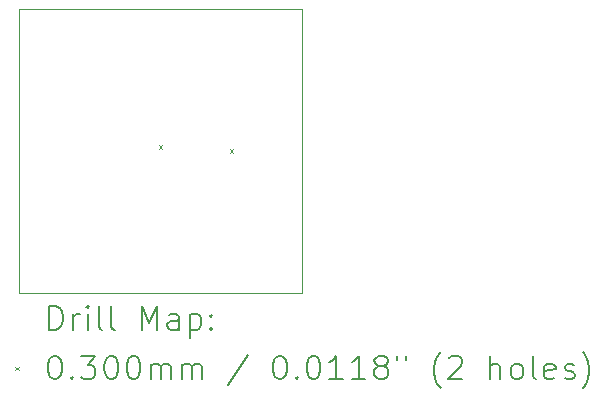
<source format=gbr>
%TF.GenerationSoftware,KiCad,Pcbnew,8.0.2-1*%
%TF.CreationDate,2024-09-09T14:50:27+01:00*%
%TF.ProjectId,test_module_1,74657374-5f6d-46f6-9475-6c655f312e6b,rev?*%
%TF.SameCoordinates,Original*%
%TF.FileFunction,Drillmap*%
%TF.FilePolarity,Positive*%
%FSLAX45Y45*%
G04 Gerber Fmt 4.5, Leading zero omitted, Abs format (unit mm)*
G04 Created by KiCad (PCBNEW 8.0.2-1) date 2024-09-09 14:50:27*
%MOMM*%
%LPD*%
G01*
G04 APERTURE LIST*
%ADD10C,0.050000*%
%ADD11C,0.200000*%
%ADD12C,0.100000*%
G04 APERTURE END LIST*
D10*
X12800000Y-8800000D02*
X15200000Y-8800000D01*
X15200000Y-11200000D01*
X12800000Y-11200000D01*
X12800000Y-8800000D01*
D11*
D12*
X13985000Y-9952000D02*
X14015000Y-9982000D01*
X14015000Y-9952000D02*
X13985000Y-9982000D01*
X14585000Y-9985000D02*
X14615000Y-10015000D01*
X14615000Y-9985000D02*
X14585000Y-10015000D01*
D11*
X13058277Y-11513984D02*
X13058277Y-11313984D01*
X13058277Y-11313984D02*
X13105896Y-11313984D01*
X13105896Y-11313984D02*
X13134467Y-11323508D01*
X13134467Y-11323508D02*
X13153515Y-11342555D01*
X13153515Y-11342555D02*
X13163039Y-11361603D01*
X13163039Y-11361603D02*
X13172562Y-11399698D01*
X13172562Y-11399698D02*
X13172562Y-11428269D01*
X13172562Y-11428269D02*
X13163039Y-11466365D01*
X13163039Y-11466365D02*
X13153515Y-11485412D01*
X13153515Y-11485412D02*
X13134467Y-11504460D01*
X13134467Y-11504460D02*
X13105896Y-11513984D01*
X13105896Y-11513984D02*
X13058277Y-11513984D01*
X13258277Y-11513984D02*
X13258277Y-11380650D01*
X13258277Y-11418746D02*
X13267801Y-11399698D01*
X13267801Y-11399698D02*
X13277324Y-11390174D01*
X13277324Y-11390174D02*
X13296372Y-11380650D01*
X13296372Y-11380650D02*
X13315420Y-11380650D01*
X13382086Y-11513984D02*
X13382086Y-11380650D01*
X13382086Y-11313984D02*
X13372562Y-11323508D01*
X13372562Y-11323508D02*
X13382086Y-11333031D01*
X13382086Y-11333031D02*
X13391610Y-11323508D01*
X13391610Y-11323508D02*
X13382086Y-11313984D01*
X13382086Y-11313984D02*
X13382086Y-11333031D01*
X13505896Y-11513984D02*
X13486848Y-11504460D01*
X13486848Y-11504460D02*
X13477324Y-11485412D01*
X13477324Y-11485412D02*
X13477324Y-11313984D01*
X13610658Y-11513984D02*
X13591610Y-11504460D01*
X13591610Y-11504460D02*
X13582086Y-11485412D01*
X13582086Y-11485412D02*
X13582086Y-11313984D01*
X13839229Y-11513984D02*
X13839229Y-11313984D01*
X13839229Y-11313984D02*
X13905896Y-11456841D01*
X13905896Y-11456841D02*
X13972562Y-11313984D01*
X13972562Y-11313984D02*
X13972562Y-11513984D01*
X14153515Y-11513984D02*
X14153515Y-11409222D01*
X14153515Y-11409222D02*
X14143991Y-11390174D01*
X14143991Y-11390174D02*
X14124943Y-11380650D01*
X14124943Y-11380650D02*
X14086848Y-11380650D01*
X14086848Y-11380650D02*
X14067801Y-11390174D01*
X14153515Y-11504460D02*
X14134467Y-11513984D01*
X14134467Y-11513984D02*
X14086848Y-11513984D01*
X14086848Y-11513984D02*
X14067801Y-11504460D01*
X14067801Y-11504460D02*
X14058277Y-11485412D01*
X14058277Y-11485412D02*
X14058277Y-11466365D01*
X14058277Y-11466365D02*
X14067801Y-11447317D01*
X14067801Y-11447317D02*
X14086848Y-11437793D01*
X14086848Y-11437793D02*
X14134467Y-11437793D01*
X14134467Y-11437793D02*
X14153515Y-11428269D01*
X14248753Y-11380650D02*
X14248753Y-11580650D01*
X14248753Y-11390174D02*
X14267801Y-11380650D01*
X14267801Y-11380650D02*
X14305896Y-11380650D01*
X14305896Y-11380650D02*
X14324943Y-11390174D01*
X14324943Y-11390174D02*
X14334467Y-11399698D01*
X14334467Y-11399698D02*
X14343991Y-11418746D01*
X14343991Y-11418746D02*
X14343991Y-11475888D01*
X14343991Y-11475888D02*
X14334467Y-11494936D01*
X14334467Y-11494936D02*
X14324943Y-11504460D01*
X14324943Y-11504460D02*
X14305896Y-11513984D01*
X14305896Y-11513984D02*
X14267801Y-11513984D01*
X14267801Y-11513984D02*
X14248753Y-11504460D01*
X14429705Y-11494936D02*
X14439229Y-11504460D01*
X14439229Y-11504460D02*
X14429705Y-11513984D01*
X14429705Y-11513984D02*
X14420182Y-11504460D01*
X14420182Y-11504460D02*
X14429705Y-11494936D01*
X14429705Y-11494936D02*
X14429705Y-11513984D01*
X14429705Y-11390174D02*
X14439229Y-11399698D01*
X14439229Y-11399698D02*
X14429705Y-11409222D01*
X14429705Y-11409222D02*
X14420182Y-11399698D01*
X14420182Y-11399698D02*
X14429705Y-11390174D01*
X14429705Y-11390174D02*
X14429705Y-11409222D01*
D12*
X12767500Y-11827500D02*
X12797500Y-11857500D01*
X12797500Y-11827500D02*
X12767500Y-11857500D01*
D11*
X13096372Y-11733984D02*
X13115420Y-11733984D01*
X13115420Y-11733984D02*
X13134467Y-11743508D01*
X13134467Y-11743508D02*
X13143991Y-11753031D01*
X13143991Y-11753031D02*
X13153515Y-11772079D01*
X13153515Y-11772079D02*
X13163039Y-11810174D01*
X13163039Y-11810174D02*
X13163039Y-11857793D01*
X13163039Y-11857793D02*
X13153515Y-11895888D01*
X13153515Y-11895888D02*
X13143991Y-11914936D01*
X13143991Y-11914936D02*
X13134467Y-11924460D01*
X13134467Y-11924460D02*
X13115420Y-11933984D01*
X13115420Y-11933984D02*
X13096372Y-11933984D01*
X13096372Y-11933984D02*
X13077324Y-11924460D01*
X13077324Y-11924460D02*
X13067801Y-11914936D01*
X13067801Y-11914936D02*
X13058277Y-11895888D01*
X13058277Y-11895888D02*
X13048753Y-11857793D01*
X13048753Y-11857793D02*
X13048753Y-11810174D01*
X13048753Y-11810174D02*
X13058277Y-11772079D01*
X13058277Y-11772079D02*
X13067801Y-11753031D01*
X13067801Y-11753031D02*
X13077324Y-11743508D01*
X13077324Y-11743508D02*
X13096372Y-11733984D01*
X13248753Y-11914936D02*
X13258277Y-11924460D01*
X13258277Y-11924460D02*
X13248753Y-11933984D01*
X13248753Y-11933984D02*
X13239229Y-11924460D01*
X13239229Y-11924460D02*
X13248753Y-11914936D01*
X13248753Y-11914936D02*
X13248753Y-11933984D01*
X13324943Y-11733984D02*
X13448753Y-11733984D01*
X13448753Y-11733984D02*
X13382086Y-11810174D01*
X13382086Y-11810174D02*
X13410658Y-11810174D01*
X13410658Y-11810174D02*
X13429705Y-11819698D01*
X13429705Y-11819698D02*
X13439229Y-11829222D01*
X13439229Y-11829222D02*
X13448753Y-11848269D01*
X13448753Y-11848269D02*
X13448753Y-11895888D01*
X13448753Y-11895888D02*
X13439229Y-11914936D01*
X13439229Y-11914936D02*
X13429705Y-11924460D01*
X13429705Y-11924460D02*
X13410658Y-11933984D01*
X13410658Y-11933984D02*
X13353515Y-11933984D01*
X13353515Y-11933984D02*
X13334467Y-11924460D01*
X13334467Y-11924460D02*
X13324943Y-11914936D01*
X13572562Y-11733984D02*
X13591610Y-11733984D01*
X13591610Y-11733984D02*
X13610658Y-11743508D01*
X13610658Y-11743508D02*
X13620182Y-11753031D01*
X13620182Y-11753031D02*
X13629705Y-11772079D01*
X13629705Y-11772079D02*
X13639229Y-11810174D01*
X13639229Y-11810174D02*
X13639229Y-11857793D01*
X13639229Y-11857793D02*
X13629705Y-11895888D01*
X13629705Y-11895888D02*
X13620182Y-11914936D01*
X13620182Y-11914936D02*
X13610658Y-11924460D01*
X13610658Y-11924460D02*
X13591610Y-11933984D01*
X13591610Y-11933984D02*
X13572562Y-11933984D01*
X13572562Y-11933984D02*
X13553515Y-11924460D01*
X13553515Y-11924460D02*
X13543991Y-11914936D01*
X13543991Y-11914936D02*
X13534467Y-11895888D01*
X13534467Y-11895888D02*
X13524943Y-11857793D01*
X13524943Y-11857793D02*
X13524943Y-11810174D01*
X13524943Y-11810174D02*
X13534467Y-11772079D01*
X13534467Y-11772079D02*
X13543991Y-11753031D01*
X13543991Y-11753031D02*
X13553515Y-11743508D01*
X13553515Y-11743508D02*
X13572562Y-11733984D01*
X13763039Y-11733984D02*
X13782086Y-11733984D01*
X13782086Y-11733984D02*
X13801134Y-11743508D01*
X13801134Y-11743508D02*
X13810658Y-11753031D01*
X13810658Y-11753031D02*
X13820182Y-11772079D01*
X13820182Y-11772079D02*
X13829705Y-11810174D01*
X13829705Y-11810174D02*
X13829705Y-11857793D01*
X13829705Y-11857793D02*
X13820182Y-11895888D01*
X13820182Y-11895888D02*
X13810658Y-11914936D01*
X13810658Y-11914936D02*
X13801134Y-11924460D01*
X13801134Y-11924460D02*
X13782086Y-11933984D01*
X13782086Y-11933984D02*
X13763039Y-11933984D01*
X13763039Y-11933984D02*
X13743991Y-11924460D01*
X13743991Y-11924460D02*
X13734467Y-11914936D01*
X13734467Y-11914936D02*
X13724943Y-11895888D01*
X13724943Y-11895888D02*
X13715420Y-11857793D01*
X13715420Y-11857793D02*
X13715420Y-11810174D01*
X13715420Y-11810174D02*
X13724943Y-11772079D01*
X13724943Y-11772079D02*
X13734467Y-11753031D01*
X13734467Y-11753031D02*
X13743991Y-11743508D01*
X13743991Y-11743508D02*
X13763039Y-11733984D01*
X13915420Y-11933984D02*
X13915420Y-11800650D01*
X13915420Y-11819698D02*
X13924943Y-11810174D01*
X13924943Y-11810174D02*
X13943991Y-11800650D01*
X13943991Y-11800650D02*
X13972563Y-11800650D01*
X13972563Y-11800650D02*
X13991610Y-11810174D01*
X13991610Y-11810174D02*
X14001134Y-11829222D01*
X14001134Y-11829222D02*
X14001134Y-11933984D01*
X14001134Y-11829222D02*
X14010658Y-11810174D01*
X14010658Y-11810174D02*
X14029705Y-11800650D01*
X14029705Y-11800650D02*
X14058277Y-11800650D01*
X14058277Y-11800650D02*
X14077324Y-11810174D01*
X14077324Y-11810174D02*
X14086848Y-11829222D01*
X14086848Y-11829222D02*
X14086848Y-11933984D01*
X14182086Y-11933984D02*
X14182086Y-11800650D01*
X14182086Y-11819698D02*
X14191610Y-11810174D01*
X14191610Y-11810174D02*
X14210658Y-11800650D01*
X14210658Y-11800650D02*
X14239229Y-11800650D01*
X14239229Y-11800650D02*
X14258277Y-11810174D01*
X14258277Y-11810174D02*
X14267801Y-11829222D01*
X14267801Y-11829222D02*
X14267801Y-11933984D01*
X14267801Y-11829222D02*
X14277324Y-11810174D01*
X14277324Y-11810174D02*
X14296372Y-11800650D01*
X14296372Y-11800650D02*
X14324943Y-11800650D01*
X14324943Y-11800650D02*
X14343991Y-11810174D01*
X14343991Y-11810174D02*
X14353515Y-11829222D01*
X14353515Y-11829222D02*
X14353515Y-11933984D01*
X14743991Y-11724460D02*
X14572563Y-11981603D01*
X15001134Y-11733984D02*
X15020182Y-11733984D01*
X15020182Y-11733984D02*
X15039229Y-11743508D01*
X15039229Y-11743508D02*
X15048753Y-11753031D01*
X15048753Y-11753031D02*
X15058277Y-11772079D01*
X15058277Y-11772079D02*
X15067801Y-11810174D01*
X15067801Y-11810174D02*
X15067801Y-11857793D01*
X15067801Y-11857793D02*
X15058277Y-11895888D01*
X15058277Y-11895888D02*
X15048753Y-11914936D01*
X15048753Y-11914936D02*
X15039229Y-11924460D01*
X15039229Y-11924460D02*
X15020182Y-11933984D01*
X15020182Y-11933984D02*
X15001134Y-11933984D01*
X15001134Y-11933984D02*
X14982086Y-11924460D01*
X14982086Y-11924460D02*
X14972563Y-11914936D01*
X14972563Y-11914936D02*
X14963039Y-11895888D01*
X14963039Y-11895888D02*
X14953515Y-11857793D01*
X14953515Y-11857793D02*
X14953515Y-11810174D01*
X14953515Y-11810174D02*
X14963039Y-11772079D01*
X14963039Y-11772079D02*
X14972563Y-11753031D01*
X14972563Y-11753031D02*
X14982086Y-11743508D01*
X14982086Y-11743508D02*
X15001134Y-11733984D01*
X15153515Y-11914936D02*
X15163039Y-11924460D01*
X15163039Y-11924460D02*
X15153515Y-11933984D01*
X15153515Y-11933984D02*
X15143991Y-11924460D01*
X15143991Y-11924460D02*
X15153515Y-11914936D01*
X15153515Y-11914936D02*
X15153515Y-11933984D01*
X15286848Y-11733984D02*
X15305896Y-11733984D01*
X15305896Y-11733984D02*
X15324944Y-11743508D01*
X15324944Y-11743508D02*
X15334467Y-11753031D01*
X15334467Y-11753031D02*
X15343991Y-11772079D01*
X15343991Y-11772079D02*
X15353515Y-11810174D01*
X15353515Y-11810174D02*
X15353515Y-11857793D01*
X15353515Y-11857793D02*
X15343991Y-11895888D01*
X15343991Y-11895888D02*
X15334467Y-11914936D01*
X15334467Y-11914936D02*
X15324944Y-11924460D01*
X15324944Y-11924460D02*
X15305896Y-11933984D01*
X15305896Y-11933984D02*
X15286848Y-11933984D01*
X15286848Y-11933984D02*
X15267801Y-11924460D01*
X15267801Y-11924460D02*
X15258277Y-11914936D01*
X15258277Y-11914936D02*
X15248753Y-11895888D01*
X15248753Y-11895888D02*
X15239229Y-11857793D01*
X15239229Y-11857793D02*
X15239229Y-11810174D01*
X15239229Y-11810174D02*
X15248753Y-11772079D01*
X15248753Y-11772079D02*
X15258277Y-11753031D01*
X15258277Y-11753031D02*
X15267801Y-11743508D01*
X15267801Y-11743508D02*
X15286848Y-11733984D01*
X15543991Y-11933984D02*
X15429706Y-11933984D01*
X15486848Y-11933984D02*
X15486848Y-11733984D01*
X15486848Y-11733984D02*
X15467801Y-11762555D01*
X15467801Y-11762555D02*
X15448753Y-11781603D01*
X15448753Y-11781603D02*
X15429706Y-11791127D01*
X15734467Y-11933984D02*
X15620182Y-11933984D01*
X15677325Y-11933984D02*
X15677325Y-11733984D01*
X15677325Y-11733984D02*
X15658277Y-11762555D01*
X15658277Y-11762555D02*
X15639229Y-11781603D01*
X15639229Y-11781603D02*
X15620182Y-11791127D01*
X15848753Y-11819698D02*
X15829706Y-11810174D01*
X15829706Y-11810174D02*
X15820182Y-11800650D01*
X15820182Y-11800650D02*
X15810658Y-11781603D01*
X15810658Y-11781603D02*
X15810658Y-11772079D01*
X15810658Y-11772079D02*
X15820182Y-11753031D01*
X15820182Y-11753031D02*
X15829706Y-11743508D01*
X15829706Y-11743508D02*
X15848753Y-11733984D01*
X15848753Y-11733984D02*
X15886848Y-11733984D01*
X15886848Y-11733984D02*
X15905896Y-11743508D01*
X15905896Y-11743508D02*
X15915420Y-11753031D01*
X15915420Y-11753031D02*
X15924944Y-11772079D01*
X15924944Y-11772079D02*
X15924944Y-11781603D01*
X15924944Y-11781603D02*
X15915420Y-11800650D01*
X15915420Y-11800650D02*
X15905896Y-11810174D01*
X15905896Y-11810174D02*
X15886848Y-11819698D01*
X15886848Y-11819698D02*
X15848753Y-11819698D01*
X15848753Y-11819698D02*
X15829706Y-11829222D01*
X15829706Y-11829222D02*
X15820182Y-11838746D01*
X15820182Y-11838746D02*
X15810658Y-11857793D01*
X15810658Y-11857793D02*
X15810658Y-11895888D01*
X15810658Y-11895888D02*
X15820182Y-11914936D01*
X15820182Y-11914936D02*
X15829706Y-11924460D01*
X15829706Y-11924460D02*
X15848753Y-11933984D01*
X15848753Y-11933984D02*
X15886848Y-11933984D01*
X15886848Y-11933984D02*
X15905896Y-11924460D01*
X15905896Y-11924460D02*
X15915420Y-11914936D01*
X15915420Y-11914936D02*
X15924944Y-11895888D01*
X15924944Y-11895888D02*
X15924944Y-11857793D01*
X15924944Y-11857793D02*
X15915420Y-11838746D01*
X15915420Y-11838746D02*
X15905896Y-11829222D01*
X15905896Y-11829222D02*
X15886848Y-11819698D01*
X16001134Y-11733984D02*
X16001134Y-11772079D01*
X16077325Y-11733984D02*
X16077325Y-11772079D01*
X16372563Y-12010174D02*
X16363039Y-12000650D01*
X16363039Y-12000650D02*
X16343991Y-11972079D01*
X16343991Y-11972079D02*
X16334468Y-11953031D01*
X16334468Y-11953031D02*
X16324944Y-11924460D01*
X16324944Y-11924460D02*
X16315420Y-11876841D01*
X16315420Y-11876841D02*
X16315420Y-11838746D01*
X16315420Y-11838746D02*
X16324944Y-11791127D01*
X16324944Y-11791127D02*
X16334468Y-11762555D01*
X16334468Y-11762555D02*
X16343991Y-11743508D01*
X16343991Y-11743508D02*
X16363039Y-11714936D01*
X16363039Y-11714936D02*
X16372563Y-11705412D01*
X16439229Y-11753031D02*
X16448753Y-11743508D01*
X16448753Y-11743508D02*
X16467801Y-11733984D01*
X16467801Y-11733984D02*
X16515420Y-11733984D01*
X16515420Y-11733984D02*
X16534468Y-11743508D01*
X16534468Y-11743508D02*
X16543991Y-11753031D01*
X16543991Y-11753031D02*
X16553515Y-11772079D01*
X16553515Y-11772079D02*
X16553515Y-11791127D01*
X16553515Y-11791127D02*
X16543991Y-11819698D01*
X16543991Y-11819698D02*
X16429706Y-11933984D01*
X16429706Y-11933984D02*
X16553515Y-11933984D01*
X16791611Y-11933984D02*
X16791611Y-11733984D01*
X16877325Y-11933984D02*
X16877325Y-11829222D01*
X16877325Y-11829222D02*
X16867801Y-11810174D01*
X16867801Y-11810174D02*
X16848753Y-11800650D01*
X16848753Y-11800650D02*
X16820182Y-11800650D01*
X16820182Y-11800650D02*
X16801134Y-11810174D01*
X16801134Y-11810174D02*
X16791611Y-11819698D01*
X17001134Y-11933984D02*
X16982087Y-11924460D01*
X16982087Y-11924460D02*
X16972563Y-11914936D01*
X16972563Y-11914936D02*
X16963039Y-11895888D01*
X16963039Y-11895888D02*
X16963039Y-11838746D01*
X16963039Y-11838746D02*
X16972563Y-11819698D01*
X16972563Y-11819698D02*
X16982087Y-11810174D01*
X16982087Y-11810174D02*
X17001134Y-11800650D01*
X17001134Y-11800650D02*
X17029706Y-11800650D01*
X17029706Y-11800650D02*
X17048753Y-11810174D01*
X17048753Y-11810174D02*
X17058277Y-11819698D01*
X17058277Y-11819698D02*
X17067801Y-11838746D01*
X17067801Y-11838746D02*
X17067801Y-11895888D01*
X17067801Y-11895888D02*
X17058277Y-11914936D01*
X17058277Y-11914936D02*
X17048753Y-11924460D01*
X17048753Y-11924460D02*
X17029706Y-11933984D01*
X17029706Y-11933984D02*
X17001134Y-11933984D01*
X17182087Y-11933984D02*
X17163039Y-11924460D01*
X17163039Y-11924460D02*
X17153515Y-11905412D01*
X17153515Y-11905412D02*
X17153515Y-11733984D01*
X17334468Y-11924460D02*
X17315420Y-11933984D01*
X17315420Y-11933984D02*
X17277325Y-11933984D01*
X17277325Y-11933984D02*
X17258277Y-11924460D01*
X17258277Y-11924460D02*
X17248753Y-11905412D01*
X17248753Y-11905412D02*
X17248753Y-11829222D01*
X17248753Y-11829222D02*
X17258277Y-11810174D01*
X17258277Y-11810174D02*
X17277325Y-11800650D01*
X17277325Y-11800650D02*
X17315420Y-11800650D01*
X17315420Y-11800650D02*
X17334468Y-11810174D01*
X17334468Y-11810174D02*
X17343992Y-11829222D01*
X17343992Y-11829222D02*
X17343992Y-11848269D01*
X17343992Y-11848269D02*
X17248753Y-11867317D01*
X17420182Y-11924460D02*
X17439230Y-11933984D01*
X17439230Y-11933984D02*
X17477325Y-11933984D01*
X17477325Y-11933984D02*
X17496373Y-11924460D01*
X17496373Y-11924460D02*
X17505896Y-11905412D01*
X17505896Y-11905412D02*
X17505896Y-11895888D01*
X17505896Y-11895888D02*
X17496373Y-11876841D01*
X17496373Y-11876841D02*
X17477325Y-11867317D01*
X17477325Y-11867317D02*
X17448753Y-11867317D01*
X17448753Y-11867317D02*
X17429706Y-11857793D01*
X17429706Y-11857793D02*
X17420182Y-11838746D01*
X17420182Y-11838746D02*
X17420182Y-11829222D01*
X17420182Y-11829222D02*
X17429706Y-11810174D01*
X17429706Y-11810174D02*
X17448753Y-11800650D01*
X17448753Y-11800650D02*
X17477325Y-11800650D01*
X17477325Y-11800650D02*
X17496373Y-11810174D01*
X17572563Y-12010174D02*
X17582087Y-12000650D01*
X17582087Y-12000650D02*
X17601134Y-11972079D01*
X17601134Y-11972079D02*
X17610658Y-11953031D01*
X17610658Y-11953031D02*
X17620182Y-11924460D01*
X17620182Y-11924460D02*
X17629706Y-11876841D01*
X17629706Y-11876841D02*
X17629706Y-11838746D01*
X17629706Y-11838746D02*
X17620182Y-11791127D01*
X17620182Y-11791127D02*
X17610658Y-11762555D01*
X17610658Y-11762555D02*
X17601134Y-11743508D01*
X17601134Y-11743508D02*
X17582087Y-11714936D01*
X17582087Y-11714936D02*
X17572563Y-11705412D01*
M02*

</source>
